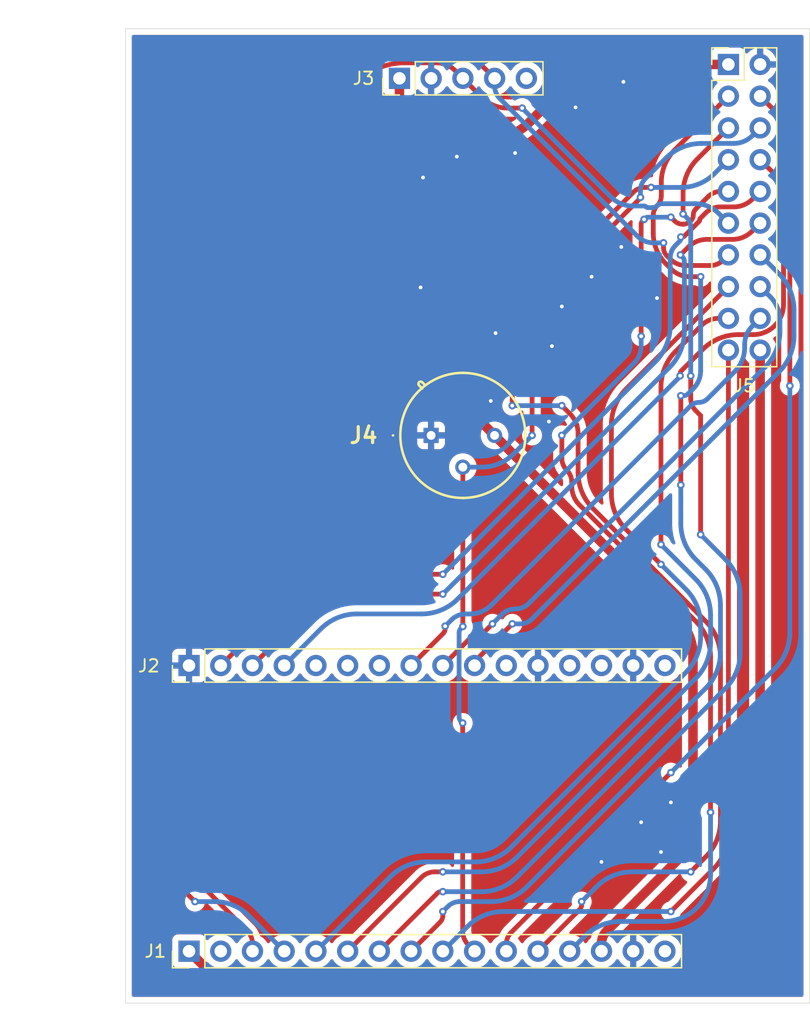
<source format=kicad_pcb>
(kicad_pcb (version 20240108) (generator "pcbnew") (generator_version "8.0")
  (layers (0 "F.Cu" signal) (31 "B.Cu" signal) (34 "B.Paste" user) (35 "F.Paste" user) (36 "B.SilkS" user "B.Silkscreen") (37 "F.SilkS" user "F.Silkscreen") (38 "B.Mask" user) (39 "F.Mask" user) (44 "Edge.Cuts" user))
  (net 0 "")
  (net 1 "+5V")
  (net 2 "GPIO2")
  (net 3 "GPIO8")
  (net 4 "GPIO0")
  (net 5 "GPIO5")
  (net 6 "GPIO4")
  (net 7 "GPIO7")
  (net 8 "GPIO3")
  (net 9 "GPIO1")
  (net 10 "GND")
  (net 11 "GPIO10")
  (net 12 "+3V3")
  (net 13 "GPIO11")
  (net 14 "GPIO6")
  (net 15 "RST")
  (net 17 "GPIO19")
  (net 18 "GPIO17")
  (net 19 "GPIO13")
  (net 20 "GPIO15")
  (net 21 "GPIO21")
  (net 22 "GPIO16")
  (net 23 "GPIO23")
  (net 24 "GPIO20")
  (net 25 "GPIO18")
  (net 27 "GPIO9")
  (net 28 "GPIO12")
  (net 29 "GPIO22")
  (footprint "Connector_PinHeader_2.54mm:PinHeader_1x16_P2.54mm_Vertical" (layer "F.Cu") (at 108.2675 82.70875 90)
    (property "Reference" "J2" (at -0.028925 -3.219172 180) (layer "F.SilkS"))
    (property "Value" "Esp32 Header2")
    (fp_line (start -1.33 -1.33) (end 0 -1.33) (stroke (width 0.12)) (layer "F.SilkS"))
    (fp_line (start -1.33 0) (end -1.33 -1.33) (stroke (width 0.12)) (layer "F.SilkS"))
    (fp_line (start 1.33 1.27) (end 1.33 39.43) (stroke (width 0.12)) (layer "F.SilkS"))
    (fp_line (start -1.33 1.27) (end 1.33 1.27) (stroke (width 0.12)) (layer "F.SilkS"))
    (fp_line (start -1.33 1.27) (end -1.33 39.43) (stroke (width 0.12)) (layer "F.SilkS"))
    (fp_line (start -1.33 39.43) (end 1.33 39.43) (stroke (width 0.12)) (layer "F.SilkS"))
    (pad "1" thru_hole rect (at 0 0 90) (size 1.7 1.7) (drill 1) (layers "*.Cu" "*.Mask") (net 10 "GND"))
    (pad "2" thru_hole oval (at 0 2.54 90) (size 1.7 1.7) (drill 1) (layers "*.Cu" "*.Mask") (net 22 "GPIO16"))
    (pad "3" thru_hole oval (at 0 5.08 90) (size 1.7 1.7) (drill 1) (layers "*.Cu" "*.Mask") (net 18 "GPIO17"))
    (pad "4" thru_hole oval (at 0 7.62 90) (size 1.7 1.7) (drill 1) (layers "*.Cu" "*.Mask") (net 20 "GPIO15"))
    (pad "5" thru_hole oval (at 0 10.16 90) (size 1.7 1.7) (drill 1) (layers "*.Cu" "*.Mask") (net 23 "GPIO23"))
    (pad "6" thru_hole oval (at 0 12.7 90) (size 1.7 1.7) (drill 1) (layers "*.Cu" "*.Mask") (net 29 "GPIO22"))
    (pad "7" thru_hole oval (at 0 15.24 90) (size 1.7 1.7) (drill 1) (layers "*.Cu" "*.Mask") (net 21 "GPIO21"))
    (pad "8" thru_hole oval (at 0 17.78 90) (size 1.7 1.7) (drill 1) (layers "*.Cu" "*.Mask") (net 24 "GPIO20"))
    (pad "9" thru_hole oval (at 0 20.32 90) (size 1.7 1.7) (drill 1) (layers "*.Cu" "*.Mask") (net 17 "GPIO19"))
    (pad "10" thru_hole oval (at 0 22.86 90) (size 1.7 1.7) (drill 1) (layers "*.Cu" "*.Mask") (net 25 "GPIO18"))
    (pad "11" thru_hole oval (at 0 25.4 90) (size 1.7 1.7) (drill 1) (layers "*.Cu" "*.Mask") (net 27 "GPIO9"))
    (pad "12" thru_hole oval (at 0 27.94 90) (size 1.7 1.7) (drill 1) (layers "*.Cu" "*.Mask") (net 10 "GND"))
    (pad "13" thru_hole oval (at 0 30.48 90) (size 1.7 1.7) (drill 1) (layers "*.Cu" "*.Mask") (net 19 "GPIO13"))
    (pad "14" thru_hole oval (at 0 33.02 90) (size 1.7 1.7) (drill 1) (layers "*.Cu" "*.Mask") (net 28 "GPIO12"))
    (pad "15" thru_hole oval (at 0 35.56 90) (size 1.7 1.7) (drill 1) (layers "*.Cu" "*.Mask") (net 10 "GND"))
    (pad "16" thru_hole oval (at 0 38.1 90) (size 1.7 1.7) (drill 1) (layers "*.Cu" "*.Mask"))
  )
  (footprint "Connector:917-47-103-41005000" (layer "F.Cu") (at 127.6475 64.29375)
    (property "Reference" "J4" (at -5.41 0 0) (layer "F.SilkS") (effects (font (size 1.27 1.27) (thickness 0.254))))
    (property "Value" "PIR Header" (hide yes))
    (fp_line (start -3.1 0) (end -3.1 0) (stroke (width 0.1)) (layer "F.SilkS"))
    (fp_line (start -3 0) (end -3 0) (stroke (width 0.1)) (layer "F.SilkS"))
    (fp_line (start -0.963 -4.003) (end -0.712 -3.753) (stroke (width 0.2)) (layer "F.SilkS"))
    (fp_line (start -0.712 -4.253) (end -0.712 -4.253) (stroke (width 0.2)) (layer "F.SilkS"))
    (fp_line (start -0.462 -4.003) (end -0.712 -4.253) (stroke (width 0.2)) (layer "F.SilkS"))
    (fp_line (start 2.54 -5.004) (end 2.54 -5.004) (stroke (width 0.2)) (layer "F.SilkS"))
    (fp_line (start 2.54 5.004) (end 2.54 5.004) (stroke (width 0.2)) (layer "F.SilkS"))
    (fp_arc (start -3.1 0) (mid -3.05 -0.05) (end -3 0) (stroke (width 0.1)) (layer "F.SilkS"))
    (fp_arc (start -3 0) (mid -3.05 0.05) (end -3.1 0) (stroke (width 0.1)) (layer "F.SilkS"))
    (fp_arc (start -0.963 -4.003) (mid -0.9625 -4.2535) (end -0.712 -4.253) (stroke (width 0.2)) (layer "F.SilkS"))
    (fp_arc (start 2.54 -5.004) (mid 7.544 0) (end 2.54 5.004) (stroke (width 0.2)) (layer "F.SilkS"))
    (fp_arc (start 2.54 5.004) (mid -2.464 0) (end 2.54 -5.004) (stroke (width 0.2)) (layer "F.SilkS"))
    (pad "1" thru_hole rect (at 0 0) (size 1.214 1.214) (drill 0.708) (layers "*.Cu" "*.Mask") (net 10 "GND"))
    (pad "2" thru_hole circle (at 2.54 2.54) (size 1.214 1.214) (drill 0.708) (layers "*.Cu" "*.Mask") (net 11 "GPIO10"))
    (pad "3" thru_hole circle (at 5.08 0) (size 1.214 1.214) (drill 0.708) (layers "*.Cu" "*.Mask") (net 1 "+5V"))
  )
  (footprint "Connector_PinHeader_2.54mm:PinHeader_1x05_P2.54mm_Vertical" (layer "F.Cu") (at 125.1125 35.71875 90)
    (property "Reference" "J3" (at 0 -2.875 180) (layer "F.SilkS"))
    (property "Value" "mmWave Header")
    (fp_line (start -1.33 -1.33) (end 0 -1.33) (stroke (width 0.12)) (layer "F.SilkS"))
    (fp_line (start -1.33 0) (end -1.33 -1.33) (stroke (width 0.12)) (layer "F.SilkS"))
    (fp_line (start 1.33 1.27) (end 1.33 11.49) (stroke (width 0.12)) (layer "F.SilkS"))
    (fp_line (start -1.33 1.27) (end 1.33 1.27) (stroke (width 0.12)) (layer "F.SilkS"))
    (fp_line (start -1.33 1.27) (end -1.33 11.49) (stroke (width 0.12)) (layer "F.SilkS"))
    (fp_line (start -1.33 11.49) (end 1.33 11.49) (stroke (width 0.12)) (layer "F.SilkS"))
    (pad "1" thru_hole rect (at 0 0 90) (size 1.7 1.7) (drill 1) (layers "*.Cu" "*.Mask") (net 1 "+5V"))
    (pad "2" thru_hole oval (at 0 2.54 90) (size 1.7 1.7) (drill 1) (layers "*.Cu" "*.Mask") (net 10 "GND"))
    (pad "3" thru_hole oval (at 0 5.08 90) (size 1.7 1.7) (drill 1) (layers "*.Cu" "*.Mask") (net 6 "GPIO4"))
    (pad "4" thru_hole oval (at 0 7.62 90) (size 1.7 1.7) (drill 1) (layers "*.Cu" "*.Mask") (net 5 "GPIO5"))
    (pad "5" thru_hole oval (at 0 10.16 90) (size 1.7 1.7) (drill 1) (layers "*.Cu" "*.Mask"))
  )
  (footprint "Connector_PinHeader_2.54mm:PinHeader_1x16_P2.54mm_Vertical" (layer "F.Cu") (at 108.2675 105.56875 90)
    (property "Reference" "J1" (at 0 -2.69875 180) (layer "F.SilkS"))
    (property "Value" "Esp32 Header1")
    (fp_line (start -1.33 -1.33) (end 0 -1.33) (stroke (width 0.12)) (layer "F.SilkS"))
    (fp_line (start -1.33 0) (end -1.33 -1.33) (stroke (width 0.12)) (layer "F.SilkS"))
    (fp_line (start 1.33 1.27) (end 1.33 39.43) (stroke (width 0.12)) (layer "F.SilkS"))
    (fp_line (start -1.33 1.27) (end 1.33 1.27) (stroke (width 0.12)) (layer "F.SilkS"))
    (fp_line (start -1.33 1.27) (end -1.33 39.43) (stroke (width 0.12)) (layer "F.SilkS"))
    (fp_line (start -1.33 39.43) (end 1.33 39.43) (stroke (width 0.12)) (layer "F.SilkS"))
    (pad "1" thru_hole rect (at 0 0 90) (size 1.7 1.7) (drill 1) (layers "*.Cu" "*.Mask") (net 12 "+3V3"))
    (pad "2" thru_hole oval (at 0 2.54 90) (size 1.7 1.7) (drill 1) (layers "*.Cu" "*.Mask") (net 15 "RST"))
    (pad "3" thru_hole oval (at 0 5.08 90) (size 1.7 1.7) (drill 1) (layers "*.Cu" "*.Mask") (net 6 "GPIO4"))
    (pad "4" thru_hole oval (at 0 7.62 90) (size 1.7 1.7) (drill 1) (layers "*.Cu" "*.Mask") (net 5 "GPIO5"))
    (pad "5" thru_hole oval (at 0 10.16 90) (size 1.7 1.7) (drill 1) (layers "*.Cu" "*.Mask") (net 14 "GPIO6"))
    (pad "6" thru_hole oval (at 0 12.7 90) (size 1.7 1.7) (drill 1) (layers "*.Cu" "*.Mask") (net 7 "GPIO7"))
    (pad "7" thru_hole oval (at 0 15.24 90) (size 1.7 1.7) (drill 1) (layers "*.Cu" "*.Mask") (net 4 "GPIO0"))
    (pad "8" thru_hole oval (at 0 17.78 90) (size 1.7 1.7) (drill 1) (layers "*.Cu" "*.Mask") (net 9 "GPIO1"))
    (pad "9" thru_hole oval (at 0 20.32 90) (size 1.7 1.7) (drill 1) (layers "*.Cu" "*.Mask") (net 3 "GPIO8"))
    (pad "10" thru_hole oval (at 0 22.86 90) (size 1.7 1.7) (drill 1) (layers "*.Cu" "*.Mask") (net 11 "GPIO10"))
    (pad "11" thru_hole oval (at 0 25.4 90) (size 1.7 1.7) (drill 1) (layers "*.Cu" "*.Mask") (net 13 "GPIO11"))
    (pad "12" thru_hole oval (at 0 27.94 90) (size 1.7 1.7) (drill 1) (layers "*.Cu" "*.Mask") (net 2 "GPIO2"))
    (pad "13" thru_hole oval (at 0 30.48 90) (size 1.7 1.7) (drill 1) (layers "*.Cu" "*.Mask") (net 8 "GPIO3"))
    (pad "14" thru_hole oval (at 0 33.02 90) (size 1.7 1.7) (drill 1) (layers "*.Cu" "*.Mask") (net 1 "+5V"))
    (pad "15" thru_hole oval (at 0 35.56 90) (size 1.7 1.7) (drill 1) (layers "*.Cu" "*.Mask") (net 10 "GND"))
    (pad "16" thru_hole oval (at 0 38.1 90) (size 1.7 1.7) (drill 1) (layers "*.Cu" "*.Mask"))
  )
  (footprint "Connector_PinHeader_2.54mm:PinHeader_2x10_P2.54mm_Vertical" (layer "F.Cu") (at 151.4475 34.6075)
    (property "Reference" "J5" (at 1.27 25.7175 0) (layer "F.SilkS"))
    (property "Value" "Breakout Header" (hide yes))
    (fp_line (start -1.33 -1.33) (end 0 -1.33) (stroke (width 0.12)) (layer "F.SilkS"))
    (fp_line (start -1.33 0) (end -1.33 -1.33) (stroke (width 0.12)) (layer "F.SilkS"))
    (fp_line (start -1.33 1.27) (end -1.33 24.19) (stroke (width 0.12)) (layer "F.SilkS"))
    (fp_line (start -1.33 1.27) (end 1.27 1.27) (stroke (width 0.12)) (layer "F.SilkS"))
    (fp_line (start -1.33 24.19) (end 3.87 24.19) (stroke (width 0.12)) (layer "F.SilkS"))
    (fp_line (start 1.27 -1.33) (end 3.87 -1.33) (stroke (width 0.12)) (layer "F.SilkS"))
    (fp_line (start 1.27 1.27) (end 1.27 -1.33) (stroke (width 0.12)) (layer "F.SilkS"))
    (fp_line (start 3.87 -1.33) (end 3.87 24.19) (stroke (width 0.12)) (layer "F.SilkS"))
    (pad "1" thru_hole rect (at 0 0) (size 1.7 1.7) (drill 1) (layers "*.Cu" "*.Mask") (net 1 "+5V"))
    (pad "2" thru_hole oval (at 2.54 0) (size 1.7 1.7) (drill 1) (layers "*.Cu" "*.Mask") (net 10 "GND"))
    (pad "3" thru_hole oval (at 0 2.54) (size 1.7 1.7) (drill 1) (layers "*.Cu" "*.Mask") (net 4 "GPIO0"))
    (pad "4" thru_hole oval (at 2.54 2.54) (size 1.7 1.7) (drill 1) (layers "*.Cu" "*.Mask") (net 13 "GPIO11"))
    (pad "5" thru_hole oval (at 0 5.08) (size 1.7 1.7) (drill 1) (layers "*.Cu" "*.Mask") (net 9 "GPIO1"))
    (pad "6" thru_hole oval (at 2.54 5.08) (size 1.7 1.7) (drill 1) (layers "*.Cu" "*.Mask") (net 11 "GPIO10"))
    (pad "7" thru_hole oval (at 0 7.62) (size 1.7 1.7) (drill 1) (layers "*.Cu" "*.Mask") (net 2 "GPIO2"))
    (pad "8" thru_hole oval (at 2.54 7.62) (size 1.7 1.7) (drill 1) (layers "*.Cu" "*.Mask") (net 20 "GPIO15"))
    (pad "9" thru_hole oval (at 0 10.16) (size 1.7 1.7) (drill 1) (layers "*.Cu" "*.Mask") (net 8 "GPIO3"))
    (pad "10" thru_hole oval (at 2.54 10.16) (size 1.7 1.7) (drill 1) (layers "*.Cu" "*.Mask") (net 22 "GPIO16"))
    (pad "11" thru_hole oval (at 0 12.7) (size 1.7 1.7) (drill 1) (layers "*.Cu" "*.Mask") (net 6 "GPIO4"))
    (pad "12" thru_hole oval (at 2.54 12.7) (size 1.7 1.7) (drill 1) (layers "*.Cu" "*.Mask") (net 18 "GPIO17"))
    (pad "13" thru_hole oval (at 0 15.24) (size 1.7 1.7) (drill 1) (layers "*.Cu" "*.Mask") (net 5 "GPIO5"))
    (pad "14" thru_hole oval (at 2.54 15.24) (size 1.7 1.7) (drill 1) (layers "*.Cu" "*.Mask") (net 25 "GPIO18"))
    (pad "15" thru_hole oval (at 0 17.78) (size 1.7 1.7) (drill 1) (layers "*.Cu" "*.Mask") (net 14 "GPIO6"))
    (pad "16" thru_hole oval (at 2.54 17.78) (size 1.7 1.7) (drill 1) (layers "*.Cu" "*.Mask") (net 17 "GPIO19"))
    (pad "17" thru_hole oval (at 0 20.32) (size 1.7 1.7) (drill 1) (layers "*.Cu" "*.Mask") (net 7 "GPIO7"))
    (pad "18" thru_hole oval (at 2.54 20.32) (size 1.7 1.7) (drill 1) (layers "*.Cu" "*.Mask") (net 24 "GPIO20"))
    (pad "19" thru_hole oval (at 0 22.86) (size 1.7 1.7) (drill 1) (layers "*.Cu" "*.Mask") (net 3 "GPIO8"))
    (pad "20" thru_hole oval (at 2.54 22.86) (size 1.7 1.7) (drill 1) (layers "*.Cu" "*.Mask") (net 12 "+3V3"))
  )
  (gr_rect (start 103.1875 31.75) (end 157.95625 109.721267) (stroke (width 0.05)) (fill none) (layer "Edge.Cuts"))
  (segment (start 125.1125 40.946217) (end 125.1125 35.71875) (width 0.762) (layer "F.Cu") (net 1))
  (segment (start 147.417288 78.983538) (end 132.7275 64.29375) (width 0.762) (layer "F.Cu") (net 1))
  (segment (start 141.2875 104.967709) (end 141.2875 105.56875) (width 0.762) (layer "F.Cu") (net 1))
  (segment (start 125.1125 43.191282) (end 125.1125 40.946217) (width 0.762) (layer "F.Cu") (net 1))
  (segment (start 141.712499 103.941669) (end 147.417288 98.23688) (width 0.762) (layer "F.Cu") (net 1))
  (segment (start 141.835258 34.6075) (end 151.4475 34.6075) (width 0.762) (layer "F.Cu") (net 1))
  (segment (start 125.1125 43.191282) (end 125.1125 54.424786) (width 0.762) (layer "F.Cu") (net 1))
  (segment (start 127.822532 40.48125) (end 132.580563 40.48125) (width 0.762) (layer "F.Cu") (net 1))
  (segment (start 126.706292 58.272542) (end 132.7275 64.29375) (width 0.762) (layer "F.Cu") (net 1))
  (segment (start 148.612633 81.869355) (end 148.612633 95.351063) (width 0.762) (layer "F.Cu") (net 1))
  (segment (start 138.949441 35.802844) (end 135.46638 39.285905) (width 0.762) (layer "F.Cu") (net 1))
  (arc (start 127.822532 40.48125) (mid 126.785447 40.687538) (end 125.90625 41.275) (width 0.762) (layer "F.Cu") (net 1))
  (arc (start 141.712499 103.941669) (mid 141.397953 104.41242) (end 141.2875 104.967709) (width 0.762) (layer "F.Cu") (net 1))
  (arc (start 147.417288 78.983538) (mid 148.301972 80.307562) (end 148.612633 81.869355) (width 0.762) (layer "F.Cu") (net 1))
  (arc (start 126.706292 58.272542) (mid 125.526713 56.507176) (end 125.1125 54.424786) (width 0.762) (layer "F.Cu") (net 1))
  (arc (start 135.46638 39.285905) (mid 134.142356 40.170589) (end 132.580563 40.48125) (width 0.762) (layer "F.Cu") (net 1))
  (arc (start 148.612633 95.351063) (mid 148.301972 96.912856) (end 147.417288 98.23688) (width 0.762) (layer "F.Cu") (net 1))
  (arc (start 125.1125 40.946217) (mid 125.399532 41.375792) (end 125.90625 41.275) (width 0.762) (layer "F.Cu") (net 1))
  (arc (start 141.835258 34.6075) (mid 140.273465 34.918159) (end 138.949441 35.802844) (width 0.762) (layer "F.Cu") (net 1))
  (arc (start 125.1125 43.191282) (mid 125.318788 42.154197) (end 125.90625 41.275) (width 0.762) (layer "F.Cu") (net 1))
  (segment (start 134.14375 56.220204) (end 134.14375 61.9125) (width 0.381) (layer "F.Cu") (net 2))
  (segment (start 148.43125 99.21875) (end 149.621875 98.028125) (width 0.381) (layer "F.Cu") (net 2))
  (segment (start 140.609593 70.148608) (end 149.617155 79.15617) (width 0.381) (layer "F.Cu") (net 2))
  (segment (start 143.858343 44.815138) (end 135.339094 53.334387) (width 0.381) (layer "F.Cu") (net 2))
  (segment (start 144.739866 44.45) (end 145.25625 44.45) (width 0.381) (layer "F.Cu") (net 2))
  (segment (start 139.414249 64.134724) (end 139.414249 67.262791) (width 0.381) (layer "F.Cu") (net 2))
  (segment (start 139.53162 102.244629) (end 136.2075 105.56875) (width 0.381) (layer "F.Cu") (net 2))
  (segment (start 150.8125 95.153701) (end 150.8125 82.041987) (width 0.381) (layer "F.Cu") (net 2))
  (segment (start 139.7 101.838125) (end 139.7 101.6) (width 0.381) (layer "F.Cu") (net 2))
  (segment (start 138.763374 62.563374) (end 138.1125 61.9125) (width 0.381) (layer "F.Cu") (net 2))
  (via (at 148.43125 99.21875) (size 0.6) (drill 0.3) (layers "F.Cu" "B.Cu") (net 2))
  (via (at 134.14375 61.9125) (size 0.6) (drill 0.3) (layers "F.Cu" "B.Cu") (net 2))
  (via (at 138.1125 61.9125) (size 0.6) (drill 0.3) (layers "F.Cu" "B.Cu") (net 2))
  (via (at 145.25625 44.45) (size 0.6) (drill 0.3) (layers "F.Cu" "B.Cu") (net 2))
  (via (at 139.7 101.6) (size 0.6) (drill 0.3) (layers "F.Cu" "B.Cu") (net 2))
  (arc (start 139.7 101.838125) (mid 139.656239 102.058123) (end 139.53162 102.244629) (width 0.381) (layer "F.Cu") (net 2))
  (arc (start 144.739866 44.45) (mid 144.262789 44.544896) (end 143.858343 44.815138) (width 0.381) (layer "F.Cu") (net 2))
  (arc (start 135.339094 53.334387) (mid 134.454409 54.658411) (end 134.14375 56.220204) (width 0.381) (layer "F.Cu") (net 2))
  (arc (start 138.763374 62.563374) (mid 139.245092 63.284315) (end 139.414249 64.134724) (width 0.381) (layer "F.Cu") (net 2))
  (arc (start 139.414249 67.262791) (mid 139.724908 68.824584) (end 140.609593 70.148608) (width 0.381) (layer "F.Cu") (net 2))
  (arc (start 149.617155 79.15617) (mid 150.501839 80.480194) (end 150.8125 82.041987) (width 0.381) (layer "F.Cu") (net 2))
  (arc (start 150.8125 95.153701) (mid 150.503066 96.709328) (end 149.621875 98.028125) (width 0.381) (layer "F.Cu") (net 2))
  (segment (start 150.33625 43.33875) (end 151.4475 42.2275) (width 0.381) (layer "B.Cu") (net 2))
  (segment (start 134.14375 61.9125) (end 138.1125 61.9125) (width 0.381) (layer "B.Cu") (net 2))
  (segment (start 148.43125 99.21875) (end 143.765048 99.21875) (width 0.381) (layer "B.Cu") (net 2))
  (segment (start 140.890625 100.409375) (end 139.7 101.6) (width 0.381) (layer "B.Cu") (net 2))
  (segment (start 145.25625 44.45) (end 147.653455 44.45) (width 0.381) (layer "B.Cu") (net 2))
  (arc (start 150.33625 43.33875) (mid 149.105373 44.161195) (end 147.653455 44.45) (width 0.381) (layer "B.Cu") (net 2))
  (arc (start 143.765048 99.21875) (mid 142.209421 99.528183) (end 140.890625 100.409375) (width 0.381) (layer "B.Cu") (net 2))
  (segment (start 151.4475 96.099527) (end 151.4475 57.4675) (width 0.381) (layer "F.Cu") (net 3))
  (segment (start 150.252155 98.985344) (end 146.84375 102.39375) (width 0.381) (layer "F.Cu") (net 3))
  (via (at 146.84375 102.39375) (size 0.6) (drill 0.3) (layers "F.Cu" "B.Cu") (net 3))
  (arc (start 151.4475 96.099527) (mid 151.136839 97.66132) (end 150.252155 98.985344) (width 0.381) (layer "F.Cu") (net 3))
  (segment (start 146.84375 102.39375) (end 133.452972 102.39375) (width 0.381) (layer "B.Cu") (net 3))
  (segment (start 130.567155 103.589094) (end 128.5875 105.56875) (width 0.381) (layer "B.Cu") (net 3))
  (arc (start 133.452972 102.39375) (mid 131.891179 102.704409) (end 130.567155 103.589094) (width 0.381) (layer "B.Cu") (net 3))
  (segment (start 146.859835 50.975959) (end 146.454699 50.570823) (width 0.381) (layer "F.Cu") (net 4))
  (segment (start 145.431772 46.684659) (end 145.431772 48.101258) (width 0.381) (layer "F.Cu") (net 4))
  (segment (start 146.07675 44.050931) (end 146.07675 45.127544) (width 0.381) (layer "F.Cu") (net 4))
  (segment (start 128.157746 100.918503) (end 123.5075 105.56875) (width 0.381) (layer "F.Cu") (net 4))
  (segment (start 148.351313 51.59375) (end 149.225 51.59375) (width 0.381) (layer "F.Cu") (net 4))
  (segment (start 147.160519 41.43448) (end 151.4475 37.1475) (width 0.381) (layer "F.Cu") (net 4))
  (segment (start 147.6375 68.2625) (end 147.6375 61.11875) (width 0.381) (layer "F.Cu") (net 4))
  (segment (start 128.42875 100.80625) (end 128.5875 100.80625) (width 0.381) (layer "F.Cu") (net 4))
  (via (at 147.6375 61.11875) (size 0.6) (drill 0.3) (layers "F.Cu" "B.Cu") (net 4))
  (via (at 128.5875 100.80625) (size 0.6) (drill 0.3) (layers "F.Cu" "B.Cu") (net 4))
  (via (at 147.6375 68.2625) (size 0.6) (drill 0.3) (layers "F.Cu" "B.Cu") (net 4))
  (via (at 149.225 51.59375) (size 0.6) (drill 0.3) (layers "F.Cu" "B.Cu") (net 4))
  (arc (start 146.859835 50.975959) (mid 147.544131 51.433191) (end 148.351313 51.59375) (width 0.381) (layer "F.Cu") (net 4))
  (arc (start 145.754261 45.906102) (mid 145.515584 46.263307) (end 145.431772 46.684659) (width 0.381) (layer "F.Cu") (net 4))
  (arc (start 128.42875 100.80625) (mid 128.282083 100.835423) (end 128.157746 100.918503) (width 0.381) (layer "F.Cu") (net 4))
  (arc (start 145.431772 48.101258) (mid 145.697622 49.437777) (end 146.454699 50.570823) (width 0.381) (layer "F.Cu") (net 4))
  (arc (start 146.07675 45.127544) (mid 145.992937 45.548896) (end 145.754261 45.906102) (width 0.381) (layer "F.Cu") (net 4))
  (arc (start 147.160519 41.43448) (mid 146.358412 42.634918) (end 146.07675 44.050931) (width 0.381) (layer "F.Cu") (net 4))
  (segment (start 149.225 59.137886) (end 149.225 51.59375) (width 0.381) (layer "B.Cu") (net 4))
  (segment (start 147.6375 61.11875) (end 147.851068 61.11875) (width 0.381) (layer "B.Cu") (net 4))
  (segment (start 147.6375 68.2625) (end 147.6375 71.334527) (width 0.381) (layer "B.Cu") (net 4))
  (segment (start 149.617155 75.004655) (end 148.832844 74.220344) (width 0.381) (layer "B.Cu") (net 4))
  (segment (start 148.644818 60.538568) (end 148.215652 60.967734) (width 0.381) (layer "B.Cu") (net 4))
  (segment (start 149.617155 84.539094) (end 134.545344 99.610905) (width 0.381) (layer "B.Cu") (net 4))
  (segment (start 150.8125 81.653277) (end 150.8125 77.890472) (width 0.381) (layer "B.Cu") (net 4))
  (segment (start 131.659527 100.80625) (end 128.5875 100.80625) (width 0.381) (layer "B.Cu") (net 4))
  (arc (start 149.225 59.137886) (mid 149.074215 59.895929) (end 148.644818 60.538568) (width 0.381) (layer "B.Cu") (net 4))
  (arc (start 148.215652 60.967734) (mid 148.048379 61.079502) (end 147.851068 61.11875) (width 0.381) (layer "B.Cu") (net 4))
  (arc (start 147.6375 71.334527) (mid 147.948159 72.89632) (end 148.832844 74.220344) (width 0.381) (layer "B.Cu") (net 4))
  (arc (start 134.545344 99.610905) (mid 133.22132 100.495589) (end 131.659527 100.80625) (width 0.381) (layer "B.Cu") (net 4))
  (arc (start 149.617155 75.004655) (mid 150.501839 76.328679) (end 150.8125 77.890472) (width 0.381) (layer "B.Cu") (net 4))
  (arc (start 150.8125 81.653277) (mid 150.501839 83.21507) (end 149.617155 84.539094) (width 0.381) (layer "B.Cu") (net 4))
  (segment (start 146.776034 50.173738) (end 146.522434 49.920138) (width 0.381) (layer "F.Cu") (net 5))
  (segment (start 146.252272 48.885842) (end 146.252272 49.267909) (width 0.381) (layer "F.Cu") (net 5))
  (segment (start 108.74375 101.6) (end 107.15625 100.0125) (width 0.381) (layer "F.Cu") (net 5))
  (segment (start 124.725463 33.89725) (end 129.623004 33.89725) (width 0.381) (layer "F.Cu") (net 5))
  (segment (start 131.82175 34.808) (end 132.7325 35.71875) (width 0.381) (layer "F.Cu") (net 5))
  (segment (start 107.162542 49.206207) (end 120.877707 35.491042) (width 0.381) (layer "F.Cu") (net 5))
  (segment (start 151.0225 50.2725) (end 151.4475 49.8475) (width 0.381) (layer "F.Cu") (net 5))
  (segment (start 105.56875 96.179935) (end 105.56875 53.053963) (width 0.381) (layer "F.Cu") (net 5))
  (segment (start 148.040507 50.6975) (end 149.996459 50.6975) (width 0.381) (layer "F.Cu") (net 5))
  (via (at 108.74375 101.6) (size 0.6) (drill 0.3) (layers "F.Cu" "B.Cu") (net 5))
  (via (at 146.252272 48.885842) (size 0.6) (drill 0.3) (layers "F.Cu" "B.Cu") (net 5))
  (arc (start 124.725463 33.89725) (mid 122.643072 34.311463) (end 120.877707 35.491042) (width 0.381) (layer "F.Cu") (net 5))
  (arc (start 131.82175 34.808) (mid 130.812956 34.133946) (end 129.623004 33.89725) (width 0.381) (layer "F.Cu") (net 5))
  (arc (start 146.252272 49.267909) (mid 146.322484 49.620892) (end 146.522434 49.920138) (width 0.381) (layer "F.Cu") (net 5))
  (arc (start 107.15625 100.0125) (mid 105.981327 98.254104) (end 105.56875 96.179935) (width 0.381) (layer "F.Cu") (net 5))
  (arc (start 107.162542 49.206207) (mid 105.982963 50.971572) (end 105.56875 53.053963) (width 0.381) (layer "F.Cu") (net 5))
  (arc (start 151.0225 50.2725) (mid 150.551748 50.587046) (end 149.996459 50.6975) (width 0.381) (layer "F.Cu") (net 5))
  (arc (start 146.776034 50.173738) (mid 147.356179 50.561378) (end 148.040507 50.6975) (width 0.381) (layer "F.Cu") (net 5))
  (segment (start 145.474891 48.885842) (end 146.252272 48.885842) (width 0.381) (layer "B.Cu") (net 5))
  (segment (start 144.147819 48.33615) (end 133.157499 37.34583) (width 0.381) (layer "B.Cu") (net 5))
  (segment (start 108.74375 101.6) (end 110.33125 101.6) (width 0.381) (layer "B.Cu") (net 5))
  (segment (start 132.7325 36.31979) (end 132.7325 35.71875) (width 0.381) (layer "B.Cu") (net 5))
  (segment (start 113.041282 102.722532) (end 115.8875 105.56875) (width 0.381) (layer "B.Cu") (net 5))
  (arc (start 113.041282 102.722532) (mid 111.797908 101.891736) (end 110.33125 101.6) (width 0.381) (layer "B.Cu") (net 5))
  (arc (start 144.147819 48.33615) (mid 144.756685 48.742981) (end 145.474891 48.885842) (width 0.381) (layer "B.Cu") (net 5))
  (arc (start 132.7325 36.31979) (mid 132.842953 36.875079) (end 133.157499 37.34583) (width 0.381) (layer "B.Cu") (net 5))
  (segment (start 129.57225 35.0985) (end 129.882375 35.408625) (width 0.381) (layer "F.Cu") (net 6))
  (segment (start 113.3475 104.967709) (end 113.3475 105.56875) (width 0.381) (layer "F.Cu") (net 6))
  (segment (start 106.3625 53.647838) (end 106.3625 95.127705) (width 0.381) (layer "F.Cu") (net 6))
  (segment (start 107.956292 49.800082) (end 121.684332 36.072042) (width 0.381) (layer "F.Cu") (net 6))
  (segment (start 131.738038 37.264288) (end 130.502625 36.028875) (width 0.381) (layer "F.Cu") (net 6))
  (segment (start 107.956292 98.975461) (end 112.9225 103.941669) (width 0.381) (layer "F.Cu") (net 6))
  (segment (start 128.074834 34.47825) (end 125.532088 34.47825) (width 0.381) (layer "F.Cu") (net 6))
  (segment (start 129.882375 35.408625) (end 130.502625 36.028875) (width 0.381) (layer "F.Cu") (net 6))
  (segment (start 134.9375 38.1) (end 133.755625 38.1) (width 0.381) (layer "F.Cu") (net 6))
  (via (at 134.9375 38.1) (size 0.6) (drill 0.3) (layers "F.Cu" "B.Cu") (net 6))
  (arc (start 128.074834 34.47825) (mid 128.885229 34.639447) (end 129.57225 35.0985) (width 0.381) (layer "F.Cu") (net 6))
  (arc (start 131.738038 37.264288) (mid 132.663714 37.882805) (end 133.755625 38.1) (width 0.381) (layer "F.Cu") (net 6))
  (arc (start 125.532088 34.47825) (mid 123.449697 34.892463) (end 121.684332 36.072042) (width 0.381) (layer "F.Cu") (net 6))
  (arc (start 113.3475 104.967709) (mid 113.237046 104.41242) (end 112.9225 103.941669) (width 0.381) (layer "F.Cu") (net 6))
  (arc (start 107.956292 49.800082) (mid 106.776713 51.565447) (end 106.3625 53.647838) (width 0.381) (layer "F.Cu") (net 6))
  (arc (start 107.956292 98.975461) (mid 106.776713 97.210095) (end 106.3625 95.127705) (width 0.381) (layer "F.Cu") (net 6))
  (segment (start 143.779068 45.93425) (end 144.694463 45.93425) (width 0.381) (layer "B.Cu") (net 6))
  (segment (start 145.375142 46.06425) (end 145.00831 46.06425) (width 0.381) (layer "B.Cu") (net 6))
  (segment (start 150.669625 46.529625) (end 151.4475 47.3075) (width 0.381) (layer "B.Cu") (net 6))
  (segment (start 148.791668 45.75175) (end 146.129583 45.75175) (width 0.381) (layer "B.Cu") (net 6))
  (segment (start 134.9375 38.1) (end 142.059468 45.221968) (width 0.381) (layer "B.Cu") (net 6))
  (arc (start 144.851387 45.99925) (mid 144.779389 45.951142) (end 144.694463 45.93425) (width 0.381) (layer "B.Cu") (net 6))
  (arc (start 146.129583 45.75175) (mid 145.925433 45.792358) (end 145.752363 45.908) (width 0.381) (layer "B.Cu") (net 6))
  (arc (start 145.752363 45.908) (mid 145.579292 46.023641) (end 145.375142 46.06425) (width 0.381) (layer "B.Cu") (net 6))
  (arc (start 142.059468 45.221968) (mid 142.848427 45.749133) (end 143.779068 45.93425) (width 0.381) (layer "B.Cu") (net 6))
  (arc (start 144.851387 45.99925) (mid 144.923384 46.047357) (end 145.00831 46.06425) (width 0.381) (layer "B.Cu") (net 6))
  (arc (start 150.669625 46.529625) (mid 149.808011 45.953913) (end 148.791668 45.75175) (width 0.381) (layer "B.Cu") (net 6))
  (segment (start 128.5875 99.21875) (end 127.9525 99.21875) (width 0.381) (layer "F.Cu") (net 7))
  (segment (start 146.05 60.427972) (end 146.05 73.025) (width 0.381) (layer "F.Cu") (net 7))
  (segment (start 147.245344 57.542155) (end 149.298733 55.488766) (width 0.381) (layer "F.Cu") (net 7))
  (segment (start 126.868487 99.667762) (end 120.9675 105.56875) (width 0.381) (layer "F.Cu") (net 7))
  (segment (start 150.65375 54.9275) (end 151.4475 54.9275) (width 0.381) (layer "F.Cu") (net 7))
  (via (at 146.05 73.025) (size 0.6) (drill 0.3) (layers "F.Cu" "B.Cu") (net 7))
  (via (at 128.5875 99.21875) (size 0.6) (drill 0.3) (layers "F.Cu" "B.Cu") (net 7))
  (arc (start 150.65375 54.9275) (mid 149.92042 55.073368) (end 149.298733 55.488766) (width 0.381) (layer "F.Cu") (net 7))
  (arc (start 147.245344 57.542155) (mid 146.360659 58.866179) (end 146.05 60.427972) (width 0.381) (layer "F.Cu") (net 7))
  (arc (start 127.9525 99.21875) (mid 127.365836 99.335444) (end 126.868487 99.667762) (width 0.381) (layer "F.Cu") (net 7))
  (segment (start 148.823405 83.745344) (end 134.545344 98.023405) (width 0.381) (layer "B.Cu") (net 7))
  (segment (start 150.01875 80.859527) (end 150.01875 78.684222) (width 0.381) (layer "B.Cu") (net 7))
  (segment (start 146.05 73.025) (end 148.823405 75.798405) (width 0.381) (layer "B.Cu") (net 7))
  (segment (start 128.5875 99.21875) (end 131.659527 99.21875) (width 0.381) (layer "B.Cu") (net 7))
  (arc (start 134.545344 98.023405) (mid 133.22132 98.908089) (end 131.659527 99.21875) (width 0.381) (layer "B.Cu") (net 7))
  (arc (start 148.823405 75.798405) (mid 149.708089 77.122429) (end 150.01875 78.684222) (width 0.381) (layer "B.Cu") (net 7))
  (arc (start 150.01875 80.859527) (mid 149.708089 82.42132) (end 148.823405 83.745344) (width 0.381) (layer "B.Cu") (net 7))
  (segment (start 147.138761 47.126261) (end 146.84375 46.83125) (width 0.381) (layer "F.Cu") (net 8))
  (segment (start 148.449124 47.102613) (end 148.399308 47.15243) (width 0.381) (layer "F.Cu") (net 8))
  (segment (start 138.90625 68.353882) (end 138.90625 68.030016) (width 0.381) (layer "F.Cu") (net 8))
  (segment (start 150.01875 82.041987) (end 150.01875 94.45625) (width 0.381) (layer "F.Cu") (net 8))
  (segment (start 148.823405 79.15617) (end 139.532133 69.864898) (width 0.381) (layer "F.Cu") (net 8))
  (segment (start 150.846459 44.7675) (end 151.4475 44.7675) (width 0.381) (layer "F.Cu") (net 8))
  (segment (start 147.782119 47.392749) (end 147.819128 47.392749) (width 0.381) (layer "F.Cu") (net 8))
  (segment (start 138.1125 66.113733) (end 138.1125 64.29375) (width 0.381) (layer "F.Cu") (net 8))
  (segment (start 149.820419 45.192499) (end 148.830128 46.18279) (width 0.381) (layer "F.Cu") (net 8))
  (segment (start 144.69681 47.005037) (end 144.579655 47.122192) (width 0.381) (layer "F.Cu") (net 8))
  (segment (start 144.4625 56.35625) (end 144.4625 47.405029) (width 0.381) (layer "F.Cu") (net 8))
  (via (at 144.69681 47.005037) (size 0.6) (drill 0.3) (layers "F.Cu" "B.Cu") (net 8))
  (via (at 150.01875 94.45625) (size 0.6) (drill 0.3) (layers "F.Cu" "B.Cu") (net 8))
  (via (at 144.4625 56.35625) (size 0.6) (drill 0.3) (layers "F.Cu" "B.Cu") (net 8))
  (via (at 138.1125 64.29375) (size 0.6) (drill 0.3) (layers "F.Cu" "B.Cu") (net 8))
  (via (at 146.84375 46.83125) (size 0.6) (drill 0.3) (layers "F.Cu" "B.Cu") (net 8))
  (arc (start 148.823405 79.15617) (mid 149.708089 80.480194) (end 150.01875 82.041987) (width 0.381) (layer "F.Cu") (net 8))
  (arc (start 147.138761 47.126261) (mid 147.433936 47.323491) (end 147.782119 47.392749) (width 0.381) (layer "F.Cu") (net 8))
  (arc (start 138.509375 67.071875) (mid 138.803105 67.511473) (end 138.90625 68.030016) (width 0.381) (layer "F.Cu") (net 8))
  (arc (start 138.1125 66.113733) (mid 138.215644 66.632275) (end 138.509375 67.071875) (width 0.381) (layer "F.Cu") (net 8))
  (arc (start 148.639627 46.642702) (mid 148.590116 46.891604) (end 148.449124 47.102613) (width 0.381) (layer "F.Cu") (net 8))
  (arc (start 148.830128 46.18279) (mid 148.689136 46.393799) (end 148.639627 46.642702) (width 0.381) (layer "F.Cu") (net 8))
  (arc (start 148.399308 47.15243) (mid 148.133119 47.330292) (end 147.819128 47.392749) (width 0.381) (layer "F.Cu") (net 8))
  (arc (start 150.846459 44.7675) (mid 150.29117 44.877953) (end 149.820419 45.192499) (width 0.381) (layer "F.Cu") (net 8))
  (arc (start 144.579655 47.122192) (mid 144.492947 47.251958) (end 144.4625 47.405029) (width 0.381) (layer "F.Cu") (net 8))
  (arc (start 138.90625 68.353882) (mid 139.068911 69.171638) (end 139.532133 69.864898) (width 0.381) (layer "F.Cu") (net 8))
  (segment (start 139.938125 104.378125) (end 138.7475 105.56875) (width 0.381) (layer "B.Cu") (net 8))
  (segment (start 144.993482 46.83125) (end 146.84375 46.83125) (width 0.381) (layer "B.Cu") (net 8))
  (segment (start 146.265701 103.1875) (end 142.812548 103.1875) (width 0.381) (layer "B.Cu") (net 8))
  (segment (start 150.01875 94.45625) (end 150.01875 99.434451) (width 0.381) (layer "B.Cu") (net 8))
  (segment (start 144.69681 47.005037) (end 144.783703 46.918143) (width 0.381) (layer "B.Cu") (net 8))
  (segment (start 138.1125 64.29375) (end 143.901233 58.505016) (width 0.381) (layer "B.Cu") (net 8))
  (segment (start 144.4625 57.15) (end 144.4625 56.35625) (width 0.381) (layer "B.Cu") (net 8))
  (arc (start 144.993482 46.83125) (mid 144.87995 46.853832) (end 144.783703 46.918143) (width 0.381) (layer "B.Cu") (net 8))
  (arc (start 148.919507 102.088257) (mid 147.70193 102.901816) (end 146.265701 103.1875) (width 0.381) (layer "B.Cu") (net 8))
  (arc (start 144.4625 57.15) (mid 144.316631 57.883329) (end 143.901233 58.505016) (width 0.381) (layer "B.Cu") (net 8))
  (arc (start 150.01875 99.434451) (mid 149.733066 100.87068) (end 148.919507 102.088257) (width 0.381) (layer "B.Cu") (net 8))
  (arc (start 142.812548 103.1875) (mid 141.256921 103.496933) (end 139.938125 104.378125) (width 0.381) (layer "B.Cu") (net 8))
  (segment (start 148.828125 62.309375) (end 149.225 62.70625) (width 0.381) (layer "F.Cu") (net 9))
  (segment (start 148.970429 42.16457) (end 151.4475 39.6875) (width 0.381) (layer "F.Cu") (net 9))
  (segment (start 148.43125 59.53125) (end 148.43125 61.351233) (width 0.381) (layer "F.Cu") (net 9))
  (segment (start 149.225 62.70625) (end 149.225 72.23125) (width 0.381) (layer "F.Cu") (net 9))
  (segment (start 128.5875 102.71125) (end 128.5875 102.39375) (width 0.381) (layer "F.Cu") (net 9))
  (segment (start 147.819127 44.944061) (end 147.819127 46.572249) (width 0.381) (layer "F.Cu") (net 9))
  (segment (start 128.362993 103.253256) (end 126.0475 105.56875) (width 0.381) (layer "F.Cu") (net 9))
  (via (at 148.43125 59.53125) (size 0.6) (drill 0.3) (layers "F.Cu" "B.Cu") (net 9))
  (via (at 128.5875 102.39375) (size 0.6) (drill 0.3) (layers "F.Cu" "B.Cu") (net 9))
  (via (at 147.819127 46.572249) (size 0.6) (drill 0.3) (layers "F.Cu" "B.Cu") (net 9))
  (via (at 149.225 72.23125) (size 0.6) (drill 0.3) (layers "F.Cu" "B.Cu") (net 9))
  (arc (start 148.43125 61.351233) (mid 148.534394 61.869775) (end 148.828125 62.309375) (width 0.381) (layer "F.Cu") (net 9))
  (arc (start 148.970429 42.16457) (mid 148.11834 43.439811) (end 147.819127 44.944061) (width 0.381) (layer "F.Cu") (net 9))
  (arc (start 128.5875 102.71125) (mid 128.529152 103.004581) (end 128.362993 103.253256) (width 0.381) (layer "F.Cu") (net 9))
  (segment (start 152.4 81.653277) (end 152.4 77.096722) (width 0.381) (layer "B.Cu") (net 9))
  (segment (start 151.204655 84.539094) (end 135.339094 100.404655) (width 0.381) (layer "B.Cu") (net 9))
  (segment (start 148.43125 59.53125) (end 148.43125 47.617208) (width 0.381) (layer "B.Cu") (net 9))
  (segment (start 148.125188 46.87831) (end 147.819127 46.572249) (width 0.381) (layer "B.Cu") (net 9))
  (segment (start 149.225 72.23125) (end 151.204655 74.210905) (width 0.381) (layer "B.Cu") (net 9))
  (segment (start 128.984375 101.996875) (end 128.5875 102.39375) (width 0.381) (layer "B.Cu") (net 9))
  (segment (start 129.942516 101.6) (end 132.453277 101.6) (width 0.381) (layer "B.Cu") (net 9))
  (arc (start 148.125188 46.87831) (mid 148.351707 47.217319) (end 148.43125 47.617208) (width 0.381) (layer "B.Cu") (net 9))
  (arc (start 152.4 81.653277) (mid 152.089339 83.21507) (end 151.204655 84.539094) (width 0.381) (layer "B.Cu") (net 9))
  (arc (start 151.204655 74.210905) (mid 152.089339 75.534929) (end 152.4 77.096722) (width 0.381) (layer "B.Cu") (net 9))
  (arc (start 129.942516 101.6) (mid 129.423973 101.703144) (end 128.984375 101.996875) (width 0.381) (layer "B.Cu") (net 9))
  (arc (start 135.339094 100.404655) (mid 134.01507 101.289339) (end 132.453277 101.6) (width 0.381) (layer "B.Cu") (net 9))
  (via (at 138.1125 53.975) (size 0.6) (drill 0.3) (layers "F.Cu" "B.Cu") (net 10))
  (via (at 145.730384 53.305006) (size 0.6) (drill 0.3) (layers "F.Cu" "B.Cu") (net 10))
  (via (at 142.875 49.2125) (size 0.6) (drill 0.3) (layers "F.Cu" "B.Cu") (net 10))
  (via (at 144.4625 95.25) (size 0.6) (drill 0.3) (layers "F.Cu" "B.Cu") (net 10))
  (via (at 146.05 97.63125) (size 0.6) (drill 0.3) (layers "F.Cu" "B.Cu") (net 10))
  (via (at 132.807235 56.109425) (size 0.6) (drill 0.3) (layers "F.Cu" "B.Cu") (net 10))
  (via (at 137.076966 63.186995) (size 0.6) (drill 0.3) (layers "F.Cu" "B.Cu") (net 10))
  (via (at 127 43.65625) (size 0.6) (drill 0.3) (layers "F.Cu" "B.Cu") (net 10))
  (via (at 141.2875 98.425) (size 0.6) (drill 0.3) (layers "F.Cu" "B.Cu") (net 10))
  (via (at 134.370548 41.695894) (size 0.6) (drill 0.3) (layers "F.Cu" "B.Cu") (net 10))
  (via (at 137.31875 57.15) (size 0.6) (drill 0.3) (layers "F.Cu" "B.Cu") (net 10))
  (via (at 132.422639 61.536506) (size 0.6) (drill 0.3) (layers "F.Cu" "B.Cu") (net 10))
  (via (at 146.84375 93.6625) (size 0.6) (drill 0.3) (layers "F.Cu" "B.Cu") (net 10))
  (via (at 129.705537 41.98078) (size 0.6) (drill 0.3) (layers "F.Cu" "B.Cu") (net 10))
  (via (at 143.041771 35.998171) (size 0.6) (drill 0.3) (layers "F.Cu" "B.Cu") (net 10))
  (via (at 140.49375 51.59375) (size 0.6) (drill 0.3) (layers "F.Cu" "B.Cu") (net 10))
  (via (at 126.803259 52.450347) (size 0.6) (drill 0.3) (layers "F.Cu" "B.Cu") (net 10))
  (via (at 139.213613 38.04579) (size 0.6) (drill 0.3) (layers "F.Cu" "B.Cu") (net 10))
  (segment (start 130.175 103.94273) (end 130.175 87.3125) (width 0.381) (layer "F.Cu") (net 11))
  (segment (start 135.73125 64.29375) (end 135.73125 55.665472) (width 0.381) (layer "F.Cu") (net 11))
  (segment (start 144.406247 45.271876) (end 144.406247 45.24375) (width 0.381) (layer "F.Cu") (net 11))
  (segment (start 144.386358 45.319891) (end 136.926594 52.779655) (width 0.381) (layer "F.Cu") (net 11))
  (segment (start 130.187488 79.585561) (end 130.187476 79.585573) (width 0.381) (layer "F.Cu") (net 11))
  (segment (start 130.1875 79.585532) (end 130.1875 66.83375) (width 0.381) (layer "F.Cu") (net 11))
  (segment (start 130.65125 105.0925) (end 131.1275 105.56875) (width 0.381) (layer "F.Cu") (net 11))
  (via (at 135.73125 64.29375) (size 0.6) (drill 0.3) (layers "F.Cu" "B.Cu") (net 11))
  (via (at 144.406247 45.24375) (size 0.6) (drill 0.3) (layers "F.Cu" "B.Cu") (net 11))
  (via (at 130.187476 79.585573) (size 0.6) (drill 0.3) (layers "F.Cu" "B.Cu") (net 11))
  (via (at 130.175 87.3125) (size 0.6) (drill 0.3) (layers "F.Cu" "B.Cu") (net 11))
  (arc (start 136.926594 52.779655) (mid 136.041909 54.103679) (end 135.73125 55.665472) (width 0.381) (layer "F.Cu") (net 11))
  (arc (start 130.175 103.94273) (mid 130.298773 104.564981) (end 130.65125 105.0925) (width 0.381) (layer "F.Cu") (net 11))
  (arc (start 130.1875 79.585532) (mid 130.187496 79.585547) (end 130.187488 79.585561) (width 0.381) (layer "F.Cu") (net 11))
  (arc (start 144.406247 45.271876) (mid 144.401078 45.297861) (end 144.386358 45.319891) (width 0.381) (layer "F.Cu") (net 11))
  (segment (start 135.73125 64.29375) (end 134.253235 65.771764) (width 0.381) (layer "B.Cu") (net 11))
  (segment (start 130.037238 79.735811) (end 130.187476 79.585573) (width 0.381) (layer "B.Cu") (net 11))
  (segment (start 131.689375 66.83375) (end 130.1875 66.83375) (width 0.381) (layer "B.Cu") (net 11))
  (segment (start 144.406247 44.691695) (end 144.406247 45.24375) (width 0.381) (layer "B.Cu") (net 11))
  (segment (start 151.869834 40.928) (end 149.308359 40.928) (width 0.381) (layer "B.Cu") (net 11))
  (segment (start 144.796608 43.749278) (end 146.422542 42.123344) (width 0.381) (layer "B.Cu") (net 11))
  (segment (start 129.887 86.820853) (end 129.887 80.098517) (width 0.381) (layer "B.Cu") (net 11))
  (segment (start 153.36725 40.30775) (end 153.9875 39.6875) (width 0.381) (layer "B.Cu") (net 11))
  (segment (start 130.031 87.1685) (end 130.175 87.3125) (width 0.381) (layer "B.Cu") (net 11))
  (arc (start 144.796608 43.749278) (mid 144.507698 44.181662) (end 144.406247 44.691695) (width 0.381) (layer "B.Cu") (net 11))
  (arc (start 129.887 86.820853) (mid 129.924424 87.008998) (end 130.031 87.1685) (width 0.381) (layer "B.Cu") (net 11))
  (arc (start 149.308359 40.928) (mid 147.746566 41.238659) (end 146.422542 42.123344) (width 0.381) (layer "B.Cu") (net 11))
  (arc (start 153.36725 40.30775) (mid 152.680229 40.766802) (end 151.869834 40.928) (width 0.381) (layer "B.Cu") (net 11))
  (arc (start 134.253235 65.771764) (mid 133.076926 66.557748) (end 131.689375 66.83375) (width 0.381) (layer "B.Cu") (net 11))
  (arc (start 130.037238 79.735811) (mid 129.926045 79.902222) (end 129.887 80.098517) (width 0.381) (layer "B.Cu") (net 11))
  (segment (start 153.9875 101.497027) (end 153.9875 57.4675) (width 0.762) (layer "F.Cu") (net 12))
  (segment (start 109.458125 106.759375) (end 108.2675 105.56875) (width 0.762) (layer "F.Cu") (net 12))
  (segment (start 152.792155 104.382844) (end 150.420344 106.754655) (width 0.762) (layer "F.Cu") (net 12))
  (segment (start 112.332548 107.95) (end 147.534527 107.95) (width 0.762) (layer "F.Cu") (net 12))
  (arc (start 153.9875 101.497027) (mid 153.676839 103.05882) (end 152.792155 104.382844) (width 0.762) (layer "F.Cu") (net 12))
  (arc (start 109.458125 106.759375) (mid 110.776921 107.640566) (end 112.332548 107.95) (width 0.762) (layer "F.Cu") (net 12))
  (arc (start 150.420344 106.754655) (mid 149.09632 107.639339) (end 147.534527 107.95) (width 0.762) (layer "F.Cu") (net 12))
  (segment (start 134.060386 104.064613) (end 146.84375 91.28125) (width 0.381) (layer "F.Cu") (net 13))
  (segment (start 155.178125 38.338125) (end 153.9875 37.1475) (width 0.381) (layer "F.Cu") (net 13))
  (segment (start 156.36875 60.325) (end 156.36875 41.212548) (width 0.381) (layer "F.Cu") (net 13))
  (segment (start 133.6675 105.013125) (end 133.6675 105.56875) (width 0.381) (layer "F.Cu") (net 13))
  (via (at 156.36875 60.325) (size 0.6) (drill 0.3) (layers "F.Cu" "B.Cu") (net 13))
  (via (at 146.84375 91.28125) (size 0.6) (drill 0.3) (layers "F.Cu" "B.Cu") (net 13))
  (arc (start 155.178125 38.338125) (mid 156.059316 39.656921) (end 156.36875 41.212548) (width 0.381) (layer "F.Cu") (net 13))
  (arc (start 134.060386 104.064613) (mid 133.769607 104.499794) (end 133.6675 105.013125) (width 0.381) (layer "F.Cu") (net 13))
  (segment (start 155.173405 82.951594) (end 146.84375 91.28125) (width 0.381) (layer "B.Cu") (net 13))
  (segment (start 156.36875 60.325) (end 156.36875 80.065777) (width 0.381) (layer "B.Cu") (net 13))
  (arc (start 156.36875 80.065777) (mid 156.058089 81.62757) (end 155.173405 82.951594) (width 0.381) (layer "B.Cu") (net 13))
  (segment (start 143.276594 71.839094) (end 146.05 74.6125) (width 0.381) (layer "F.Cu") (net 14))
  (segment (start 143.276594 60.558405) (end 151.4475 52.3875) (width 0.381) (layer "F.Cu") (net 14))
  (segment (start 142.08125 68.953277) (end 142.08125 63.444222) (width 0.381) (layer "F.Cu") (net 14))
  (via (at 146.05 74.6125) (size 0.6) (drill 0.3) (layers "F.Cu" "B.Cu") (net 14))
  (arc (start 143.276594 60.558405) (mid 142.391909 61.882429) (end 142.08125 63.444222) (width 0.381) (layer "F.Cu") (net 14))
  (arc (start 142.08125 68.953277) (mid 142.391909 70.51507) (end 143.276594 71.839094) (width 0.381) (layer "F.Cu") (net 14))
  (segment (start 149.225 80.387318) (end 149.225 79.477972) (width 0.381) (layer "B.Cu") (net 14))
  (segment (start 146.05 74.6125) (end 148.029655 76.592155) (width 0.381) (layer "B.Cu") (net 14))
  (segment (start 148.029655 83.273135) (end 134.073135 97.229655) (width 0.381) (layer "B.Cu") (net 14))
  (segment (start 124.375905 99.620344) (end 118.4275 105.56875) (width 0.381) (layer "B.Cu") (net 14))
  (segment (start 127.261722 98.425) (end 131.187318 98.425) (width 0.381) (layer "B.Cu") (net 14))
  (arc (start 134.073135 97.229655) (mid 132.749111 98.114339) (end 131.187318 98.425) (width 0.381) (layer "B.Cu") (net 14))
  (arc (start 149.225 80.387318) (mid 148.914339 81.949111) (end 148.029655 83.273135) (width 0.381) (layer "B.Cu") (net 14))
  (arc (start 127.261722 98.425) (mid 125.699929 98.735659) (end 124.375905 99.620344) (width 0.381) (layer "B.Cu") (net 14))
  (arc (start 148.029655 76.592155) (mid 148.914339 77.916179) (end 149.225 79.477972) (width 0.381) (layer "B.Cu") (net 14))
  (segment (start 130.758396 80.537853) (end 128.5875 82.70875) (width 0.381) (layer "F.Cu") (net 17))
  (segment (start 132.55625 79.375) (end 131.842409 80.08884) (width 0.381) (layer "F.Cu") (net 17))
  (via (at 132.55625 79.375) (size 0.6) (drill 0.3) (layers "F.Cu" "B.Cu") (net 17))
  (arc (start 131.300403 80.313347) (mid 131.007071 80.371694) (end 130.758396 80.537853) (width 0.381) (layer "F.Cu") (net 17))
  (arc (start 131.842409 80.08884) (mid 131.593734 80.254999) (end 131.300403 80.313347) (width 0.381) (layer "F.Cu") (net 17))
  (segment (start 135.476827 77.732504) (end 154.379655 58.829676) (width 0.381) (layer "B.Cu") (net 17))
  (segment (start 155.575 55.097532) (end 155.575 55.943859) (width 0.381) (layer "B.Cu") (net 17))
  (segment (start 154.78125 53.18125) (end 153.9875 52.3875) (width 0.381) (layer "B.Cu") (net 17))
  (segment (start 133.295004 78.636245) (end 132.55625 79.375) (width 0.381) (layer "B.Cu") (net 17))
  (arc (start 134.385916 78.184375) (mid 133.795518 78.301812) (end 133.295004 78.636245) (width 0.381) (layer "B.Cu") (net 17))
  (arc (start 154.78125 53.18125) (mid 155.368711 54.060447) (end 155.575 55.097532) (width 0.381) (layer "B.Cu") (net 17))
  (arc (start 155.575 55.943859) (mid 155.264339 57.505652) (end 154.379655 58.829676) (width 0.381) (layer "B.Cu") (net 17))
  (arc (start 135.476827 77.732504) (mid 134.976312 78.066937) (end 134.385916 78.184375) (width 0.381) (layer "B.Cu") (net 17))
  (segment (start 147.61075 49.848091) (end 148.231295 49.227545) (width 0.381) (layer "F.Cu") (net 18))
  (segment (start 153.33775 47.95725) (end 153.9875 47.3075) (width 0.381) (layer "F.Cu") (net 18))
  (segment (start 149.729424 48.607) (end 151.769114 48.607) (width 0.381) (layer "F.Cu") (net 18))
  (segment (start 117.867155 78.189094) (end 113.3475 82.70875) (width 0.381) (layer "F.Cu") (net 18))
  (segment (start 120.752972 76.99375) (end 128.5875 76.99375) (width 0.381) (layer "F.Cu") (net 18))
  (via (at 147.61075 49.848091) (size 0.6) (drill 0.3) (layers "F.Cu" "B.Cu") (net 18))
  (via (at 128.5875 76.99375) (size 0.6) (drill 0.3) (layers "F.Cu" "B.Cu") (net 18))
  (arc (start 149.729424 48.607) (mid 148.918642 48.768274) (end 148.231295 49.227545) (width 0.381) (layer "F.Cu") (net 18))
  (arc (start 120.752972 76.99375) (mid 119.191179 77.304409) (end 117.867155 78.189094) (width 0.381) (layer "F.Cu") (net 18))
  (arc (start 153.33775 47.95725) (mid 152.618053 48.438135) (end 151.769114 48.607) (width 0.381) (layer "F.Cu") (net 18))
  (segment (start 147.92325 55.967527) (end 147.92325 50.381561) (width 0.381) (layer "B.Cu") (net 18))
  (segment (start 146.727905 58.853344) (end 128.5875 76.99375) (width 0.381) (layer "B.Cu") (net 18))
  (segment (start 147.61075 49.848091) (end 147.767 50.004341) (width 0.381) (layer "B.Cu") (net 18))
  (arc (start 147.767 50.004341) (mid 147.882641 50.177411) (end 147.92325 50.381561) (width 0.381) (layer "B.Cu") (net 18))
  (arc (start 147.92325 55.967527) (mid 147.612589 57.52932) (end 146.727905 58.853344) (width 0.381) (layer "B.Cu") (net 18))
  (segment (start 155.86075 45.425337) (end 155.86075 53.805609) (width 0.381) (layer "F.Cu") (net 20))
  (segment (start 152.265609 56.227) (end 153.439359 56.227) (width 0.381) (layer "F.Cu") (net 20))
  (segment (start 154.924125 43.164125) (end 153.9875 42.2275) (width 0.381) (layer "F.Cu") (net 20))
  (segment (start 147.581291 59.522624) (end 147.581291 59.371735) (width 0.381) (layer "F.Cu") (net 20))
  (segment (start 147.687985 59.114151) (end 149.379792 57.422344) (width 0.381) (layer "F.Cu") (net 20))
  (via (at 147.581291 59.522624) (size 0.6) (drill 0.3) (layers "F.Cu" "B.Cu") (net 20))
  (arc (start 154.924125 43.164125) (mid 155.617329 44.201578) (end 155.86075 45.425337) (width 0.381) (layer "F.Cu") (net 20))
  (arc (start 155.151541 55.517791) (mid 154.365985 56.042682) (end 153.439359 56.227) (width 0.381) (layer "F.Cu") (net 20))
  (arc (start 147.687985 59.114151) (mid 147.609019 59.232331) (end 147.581291 59.371735) (width 0.381) (layer "F.Cu") (net 20))
  (arc (start 152.265609 56.227) (mid 150.703816 56.537659) (end 149.379792 57.422344) (width 0.381) (layer "F.Cu") (net 20))
  (arc (start 155.86075 53.805609) (mid 155.676432 54.732235) (end 155.151541 55.517791) (width 0.381) (layer "F.Cu") (net 20))
  (segment (start 121.705472 78.58125) (end 126.888971 78.58125) (width 0.381) (layer "B.Cu") (net 20))
  (segment (start 147.561216 59.599477) (end 129.774788 77.385905) (width 0.381) (layer "B.Cu") (net 20))
  (segment (start 147.581291 59.522624) (end 147.581291 59.551013) (width 0.381) (layer "B.Cu") (net 20))
  (segment (start 118.819655 79.776594) (end 115.8875 82.70875) (width 0.381) (layer "B.Cu") (net 20))
  (arc (start 121.705472 78.58125) (mid 120.143679 78.891909) (end 118.819655 79.776594) (width 0.381) (layer "B.Cu") (net 20))
  (arc (start 129.774788 77.385905) (mid 128.450764 78.270589) (end 126.888971 78.58125) (width 0.381) (layer "B.Cu") (net 20))
  (arc (start 147.581291 59.551013) (mid 147.576073 59.577241) (end 147.561216 59.599477) (width 0.381) (layer "B.Cu") (net 20))
  (segment (start 150.799886 46.008) (end 151.869834 46.008) (width 0.381) (layer "F.Cu") (net 22))
  (segment (start 149.095774 47.174384) (end 147.927037 48.343121) (width 0.381) (layer "F.Cu") (net 22))
  (segment (start 153.36725 45.38775) (end 153.9875 44.7675) (width 0.381) (layer "F.Cu") (net 22))
  (segment (start 119.800472 75.40625) (end 128.5875 75.40625) (width 0.381) (layer "F.Cu") (net 22))
  (segment (start 149.631562 46.491935) (end 149.199479 46.924018) (width 0.381) (layer "F.Cu") (net 22))
  (segment (start 116.914655 76.601594) (end 110.8075 82.70875) (width 0.381) (layer "F.Cu") (net 22))
  (segment (start 147.6375 48.41875) (end 147.744454 48.41875) (width 0.381) (layer "F.Cu") (net 22))
  (via (at 128.5875 75.40625) (size 0.6) (drill 0.3) (layers "F.Cu" "B.Cu") (net 22))
  (via (at 147.6375 48.41875) (size 0.6) (drill 0.3) (layers "F.Cu" "B.Cu") (net 22))
  (arc (start 119.800472 75.40625) (mid 118.238679 75.716909) (end 116.914655 76.601594) (width 0.381) (layer "F.Cu") (net 22))
  (arc (start 149.199479 46.924018) (mid 149.161102 46.981452) (end 149.147627 47.049201) (width 0.381) (layer "F.Cu") (net 22))
  (arc (start 149.147627 47.049201) (mid 149.13415 47.116949) (end 149.095774 47.174384) (width 0.381) (layer "F.Cu") (net 22))
  (arc (start 150.799886 46.008) (mid 150.167593 46.13377) (end 149.631562 46.491935) (width 0.381) (layer "F.Cu") (net 22))
  (arc (start 153.36725 45.38775) (mid 152.680229 45.846802) (end 151.869834 46.008) (width 0.381) (layer "F.Cu") (net 22))
  (arc (start 147.927037 48.343121) (mid 147.843267 48.399094) (end 147.744454 48.41875) (width 0.381) (layer "F.Cu") (net 22))
  (segment (start 146.79025 55.513027) (end 146.79025 50.107324) (width 0.381) (layer "B.Cu") (net 22))
  (segment (start 147.551859 48.746618) (end 147.213875 49.084603) (width 0.381) (layer "B.Cu") (net 22))
  (segment (start 145.594905 58.398844) (end 128.5875 75.40625) (width 0.381) (layer "B.Cu") (net 22))
  (segment (start 147.6375 48.539864) (end 147.6375 48.41875) (width 0.381) (layer "B.Cu") (net 22))
  (arc (start 147.6375 48.539864) (mid 147.615242 48.651758) (end 147.551859 48.746618) (width 0.381) (layer "B.Cu") (net 22))
  (arc (start 146.79025 55.513027) (mid 146.479589 57.07482) (end 145.594905 58.398844) (width 0.381) (layer "B.Cu") (net 22))
  (arc (start 147.213875 49.084603) (mid 146.900346 49.553831) (end 146.79025 50.107324) (width 0.381) (layer "B.Cu") (net 22))
  (segment (start 128.770807 79.771875) (end 128.770807 79.558307) (width 0.381) (layer "F.Cu") (net 24))
  (segment (start 128.619791 80.136458) (end 126.0475 82.70875) (width 0.381) (layer "F.Cu") (net 24))
  (via (at 128.770807 79.558307) (size 0.6) (drill 0.3) (layers "F.Cu" "B.Cu") (net 24))
  (arc (start 128.770807 79.771875) (mid 128.731559 79.969186) (end 128.619791 80.136458) (width 0.381) (layer "F.Cu") (net 24))
  (segment (start 149.764633 61.372865) (end 151.961227 59.176272) (width 0.381) (layer "B.Cu") (net 24))
  (segment (start 128.770807 79.558307) (end 129.259335 79.069778) (width 0.381) (layer "B.Cu") (net 24))
  (segment (start 148.409617 61.934131) (end 132.474781 77.868968) (width 0.381) (layer "B.Cu") (net 24))
  (segment (start 130.438747 78.58125) (end 130.755182 78.58125) (width 0.381) (layer "B.Cu") (net 24))
  (segment (start 153.36725 55.54775) (end 153.9875 54.9275) (width 0.381) (layer "B.Cu") (net 24))
  (segment (start 152.747 57.045165) (end 152.747 57.27925) (width 0.381) (layer "B.Cu") (net 24))
  (arc (start 132.474781 77.868968) (mid 131.685822 78.396133) (end 130.755182 78.58125) (width 0.381) (layer "B.Cu") (net 24))
  (arc (start 149.764633 61.372865) (mid 149.45379 61.580564) (end 149.087126 61.653499) (width 0.381) (layer "B.Cu") (net 24))
  (arc (start 149.087126 61.653499) (mid 148.720461 61.726432) (end 148.409617 61.934131) (width 0.381) (layer "B.Cu") (net 24))
  (arc (start 130.438747 78.58125) (mid 129.800454 78.708214) (end 129.259335 79.069778) (width 0.381) (layer "B.Cu") (net 24))
  (arc (start 153.36725 55.54775) (mid 152.908197 56.23477) (end 152.747 57.045165) (width 0.381) (layer "B.Cu") (net 24))
  (arc (start 152.747 57.27925) (mid 152.542784 58.305911) (end 151.961227 59.176272) (width 0.381) (layer "B.Cu") (net 24))
  (segment (start 131.1275 82.55) (end 131.1275 82.70875) (width 0.381) (layer "F.Cu") (net 25))
  (segment (start 134.14375 79.375) (end 131.239753 82.278996) (width 0.381) (layer "F.Cu") (net 25))
  (via (at 134.14375 79.375) (size 0.6) (drill 0.3) (layers "F.Cu" "B.Cu") (net 25))
  (arc (start 131.239753 82.278996) (mid 131.156673 82.403333) (end 131.1275 82.55) (width 0.381) (layer "F.Cu") (net 25))
  (segment (start 134.14375 79.375) (end 134.739062 79.375) (width 0.381) (layer "B.Cu") (net 25))
  (segment (start 135.755324 78.95405) (end 155.501655 59.207719) (width 0.381) (layer "B.Cu") (net 25))
  (segment (start 156.697 54.247472) (end 156.697 56.321902) (width 0.381) (layer "B.Cu") (net 25))
  (segment (start 155.501655 51.361655) (end 153.9875 49.8475) (width 0.381) (layer "B.Cu") (net 25))
  (arc (start 135.755324 78.95405) (mid 135.289059 79.265598) (end 134.739062 79.375) (width 0.381) (layer "B.Cu") (net 25))
  (arc (start 156.697 56.321902) (mid 156.386339 57.883695) (end 155.501655 59.207719) (width 0.381) (layer "B.Cu") (net 25))
  (arc (start 155.501655 51.361655) (mid 156.386339 52.685679) (end 156.697 54.247472) (width 0.381) (layer "B.Cu") (net 25))
  (zone (net 10) (net_name "GND") (layers "F&B.Cu") (name "GND_Plane") (connect_pads (clearance 0.5)) (min_thickness 0.25) (fill yes (thermal_gap 0.5) (thermal_bridge_width 0.5))
    (polygon (pts (xy 102.39375 31.75) (xy 157.95625 31.75) (xy 157.95625 110.33125) (xy 102.39375 110.33125)))
  )
)
</source>
